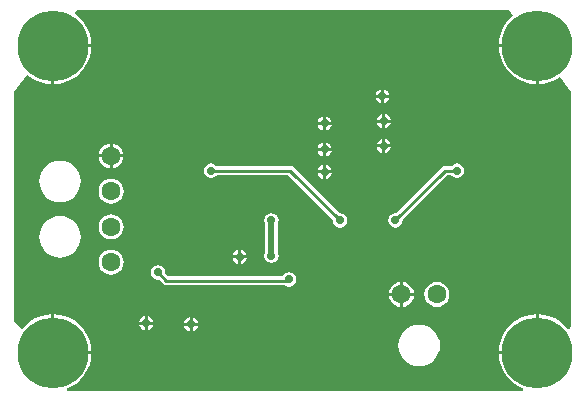
<source format=gbl>
G04 Layer_Physical_Order=2*
G04 Layer_Color=16711680*
%FSLAX25Y25*%
%MOIN*%
G70*
G01*
G75*
%ADD18C,0.01000*%
%ADD21C,0.01968*%
%ADD22C,0.06299*%
%ADD23C,0.23622*%
%ADD24C,0.02756*%
G36*
X167614Y130103D02*
X169144Y128107D01*
X168079Y127197D01*
X166769Y125664D01*
X165715Y123944D01*
X164944Y122081D01*
X164473Y120121D01*
X164354Y118610D01*
X177165D01*
Y118110D01*
X177665D01*
Y105299D01*
X179176Y105418D01*
X181136Y105889D01*
X182999Y106660D01*
X184719Y107714D01*
X184787Y107707D01*
X188583Y102756D01*
Y24486D01*
X187932Y23638D01*
X187289Y23621D01*
X186252Y24835D01*
X184719Y26144D01*
X182999Y27198D01*
X181136Y27970D01*
X179176Y28440D01*
X177665Y28559D01*
Y15748D01*
X177165D01*
Y15248D01*
X164354D01*
X164473Y13738D01*
X164944Y11777D01*
X165715Y9914D01*
X166769Y8195D01*
X168079Y6661D01*
X169612Y5352D01*
X171331Y4298D01*
X172297Y3898D01*
X172426Y3415D01*
X171952Y2797D01*
X20832D01*
X20390Y3375D01*
X20519Y3858D01*
X21582Y4298D01*
X23301Y5352D01*
X24835Y6661D01*
X26144Y8195D01*
X27198Y9914D01*
X27970Y11777D01*
X28440Y13738D01*
X28559Y15248D01*
X15748D01*
Y15748D01*
X15248D01*
Y28559D01*
X13738Y28440D01*
X11777Y27970D01*
X9914Y27198D01*
X8195Y26144D01*
X6661Y24835D01*
X5557Y23541D01*
X4939Y23526D01*
X2756Y26372D01*
Y102756D01*
X6984Y108271D01*
X7482Y108323D01*
X8195Y107714D01*
X9914Y106660D01*
X11777Y105889D01*
X13738Y105418D01*
X15248Y105299D01*
Y118110D01*
X15748D01*
Y118610D01*
X28559D01*
X28440Y120121D01*
X27970Y122081D01*
X27198Y123944D01*
X26144Y125664D01*
X24835Y127197D01*
X23301Y128507D01*
X23075Y128645D01*
X22984Y129137D01*
X23725Y130103D01*
X167614D01*
Y130103D01*
D02*
G37*
%LPC*%
G36*
X80278Y47138D02*
X78453D01*
Y45313D01*
X78881Y45398D01*
X79667Y45923D01*
X80193Y46710D01*
X80278Y47138D01*
D02*
G37*
G36*
X18110Y61270D02*
X16757Y61136D01*
X15455Y60742D01*
X14255Y60100D01*
X13204Y59237D01*
X12341Y58186D01*
X11699Y56986D01*
X11305Y55685D01*
X11171Y54331D01*
X11305Y52977D01*
X11699Y51675D01*
X12341Y50476D01*
X13204Y49424D01*
X14255Y48561D01*
X15455Y47920D01*
X16757Y47525D01*
X18110Y47392D01*
X19464Y47525D01*
X20766Y47920D01*
X21965Y48561D01*
X23017Y49424D01*
X23880Y50476D01*
X24521Y51675D01*
X24916Y52977D01*
X25049Y54331D01*
X24916Y55685D01*
X24521Y56986D01*
X23880Y58186D01*
X23017Y59237D01*
X21965Y60100D01*
X20766Y60742D01*
X19464Y61136D01*
X18110Y61270D01*
D02*
G37*
G36*
X88583Y62267D02*
X87655Y62082D01*
X86868Y61557D01*
X86343Y60770D01*
X86158Y59842D01*
X86343Y58915D01*
X86560Y58590D01*
Y49284D01*
X86343Y48959D01*
X86158Y48031D01*
X86343Y47104D01*
X86868Y46317D01*
X87655Y45792D01*
X88583Y45607D01*
X89511Y45792D01*
X90297Y46317D01*
X90823Y47104D01*
X91007Y48031D01*
X90823Y48959D01*
X90606Y49284D01*
Y58590D01*
X90823Y58915D01*
X91007Y59842D01*
X90823Y60770D01*
X90297Y61557D01*
X89511Y62082D01*
X88583Y62267D01*
D02*
G37*
G36*
X77453Y47138D02*
X75628D01*
X75713Y46710D01*
X76238Y45923D01*
X77025Y45398D01*
X77453Y45313D01*
Y47138D01*
D02*
G37*
G36*
X132390Y39238D02*
Y35618D01*
X136010D01*
X135933Y36202D01*
X135515Y37211D01*
X134849Y38078D01*
X133983Y38743D01*
X132973Y39161D01*
X132390Y39238D01*
D02*
G37*
G36*
X50787Y44944D02*
X49860Y44760D01*
X49073Y44234D01*
X48547Y43448D01*
X48363Y42520D01*
X48547Y41592D01*
X49073Y40805D01*
X49860Y40280D01*
X50787Y40095D01*
X51006Y40139D01*
X52462Y38682D01*
X52958Y38351D01*
X53543Y38234D01*
X93086D01*
X93560Y37918D01*
X94488Y37733D01*
X95416Y37918D01*
X96203Y38443D01*
X96728Y39230D01*
X96913Y40157D01*
X96728Y41085D01*
X96203Y41872D01*
X95416Y42397D01*
X94488Y42582D01*
X93560Y42397D01*
X92774Y41872D01*
X92387Y41293D01*
X54177D01*
X53168Y42301D01*
X53212Y42520D01*
X53027Y43448D01*
X52502Y44234D01*
X51715Y44760D01*
X50787Y44944D01*
D02*
G37*
G36*
X35118Y50052D02*
X34035Y49909D01*
X33026Y49491D01*
X32159Y48826D01*
X31494Y47959D01*
X31075Y46949D01*
X30933Y45866D01*
X31075Y44783D01*
X31494Y43774D01*
X32159Y42907D01*
X33026Y42242D01*
X34035Y41824D01*
X35118Y41681D01*
X36202Y41824D01*
X37211Y42242D01*
X38078Y42907D01*
X38743Y43774D01*
X39161Y44783D01*
X39304Y45866D01*
X39161Y46949D01*
X38743Y47959D01*
X38078Y48826D01*
X37211Y49491D01*
X36202Y49909D01*
X35118Y50052D01*
D02*
G37*
G36*
Y73674D02*
X34035Y73531D01*
X33026Y73113D01*
X32159Y72448D01*
X31494Y71581D01*
X31075Y70572D01*
X30933Y69488D01*
X31075Y68405D01*
X31494Y67396D01*
X32159Y66529D01*
X33026Y65864D01*
X34035Y65446D01*
X35118Y65303D01*
X36202Y65446D01*
X37211Y65864D01*
X38078Y66529D01*
X38743Y67396D01*
X39161Y68405D01*
X39304Y69488D01*
X39161Y70572D01*
X38743Y71581D01*
X38078Y72448D01*
X37211Y73113D01*
X36202Y73531D01*
X35118Y73674D01*
D02*
G37*
G36*
X18110Y79774D02*
X16757Y79640D01*
X15455Y79245D01*
X14255Y78604D01*
X13204Y77741D01*
X12341Y76690D01*
X11699Y75490D01*
X11305Y74188D01*
X11171Y72835D01*
X11305Y71481D01*
X11699Y70179D01*
X12341Y68980D01*
X13204Y67928D01*
X14255Y67065D01*
X15455Y66424D01*
X16757Y66029D01*
X18110Y65896D01*
X19464Y66029D01*
X20766Y66424D01*
X21965Y67065D01*
X23017Y67928D01*
X23880Y68980D01*
X24521Y70179D01*
X24916Y71481D01*
X25049Y72835D01*
X24916Y74188D01*
X24521Y75490D01*
X23880Y76690D01*
X23017Y77741D01*
X21965Y78604D01*
X20766Y79245D01*
X19464Y79640D01*
X18110Y79774D01*
D02*
G37*
G36*
X105799Y75484D02*
X103974D01*
X104059Y75056D01*
X104585Y74270D01*
X105371Y73744D01*
X105799Y73659D01*
Y75484D01*
D02*
G37*
G36*
X68504Y78803D02*
X67576Y78618D01*
X66790Y78092D01*
X66264Y77306D01*
X66079Y76378D01*
X66264Y75450D01*
X66790Y74664D01*
X67576Y74138D01*
X68504Y73953D01*
X69432Y74138D01*
X70218Y74664D01*
X70342Y74849D01*
X94248D01*
X109036Y60061D01*
X108993Y59842D01*
X109177Y58915D01*
X109703Y58128D01*
X110489Y57603D01*
X111417Y57418D01*
X112345Y57603D01*
X113132Y58128D01*
X113657Y58915D01*
X113842Y59842D01*
X113657Y60770D01*
X113132Y61557D01*
X112345Y62082D01*
X111417Y62267D01*
X111199Y62224D01*
X95963Y77459D01*
X95467Y77791D01*
X94882Y77907D01*
X70342D01*
X70218Y78092D01*
X69432Y78618D01*
X68504Y78803D01*
D02*
G37*
G36*
X77453Y49963D02*
X77025Y49878D01*
X76238Y49352D01*
X75713Y48566D01*
X75628Y48138D01*
X77453D01*
Y49963D01*
D02*
G37*
G36*
X78453D02*
Y48138D01*
X80278D01*
X80193Y48566D01*
X79667Y49352D01*
X78881Y49878D01*
X78453Y49963D01*
D02*
G37*
G36*
X35118Y61863D02*
X34035Y61720D01*
X33026Y61302D01*
X32159Y60637D01*
X31494Y59770D01*
X31075Y58760D01*
X30933Y57677D01*
X31075Y56594D01*
X31494Y55585D01*
X32159Y54718D01*
X33026Y54053D01*
X34035Y53635D01*
X35118Y53492D01*
X36202Y53635D01*
X37211Y54053D01*
X38078Y54718D01*
X38743Y55585D01*
X39161Y56594D01*
X39304Y57677D01*
X39161Y58760D01*
X38743Y59770D01*
X38078Y60637D01*
X37211Y61302D01*
X36202Y61720D01*
X35118Y61863D01*
D02*
G37*
G36*
X131390Y39238D02*
X130807Y39161D01*
X129797Y38743D01*
X128930Y38078D01*
X128265Y37211D01*
X127847Y36202D01*
X127770Y35618D01*
X131390D01*
Y39238D01*
D02*
G37*
G36*
X64136Y24697D02*
X62311D01*
Y22872D01*
X62739Y22957D01*
X63525Y23482D01*
X64051Y24269D01*
X64136Y24697D01*
D02*
G37*
G36*
X46350Y25091D02*
X44525D01*
X44610Y24663D01*
X45136Y23876D01*
X45923Y23351D01*
X46350Y23266D01*
Y25091D01*
D02*
G37*
G36*
X49176D02*
X47350D01*
Y23266D01*
X47778Y23351D01*
X48565Y23876D01*
X49090Y24663D01*
X49176Y25091D01*
D02*
G37*
G36*
X61311Y24697D02*
X59486D01*
X59571Y24269D01*
X60097Y23482D01*
X60883Y22957D01*
X61311Y22872D01*
Y24697D01*
D02*
G37*
G36*
X137795Y25049D02*
X136442Y24916D01*
X135140Y24521D01*
X133940Y23880D01*
X132889Y23017D01*
X132026Y21965D01*
X131385Y20766D01*
X130990Y19464D01*
X130856Y18110D01*
X130990Y16757D01*
X131385Y15455D01*
X132026Y14255D01*
X132889Y13204D01*
X133940Y12341D01*
X135140Y11699D01*
X136442Y11305D01*
X137795Y11171D01*
X139149Y11305D01*
X140451Y11699D01*
X141650Y12341D01*
X142702Y13204D01*
X143565Y14255D01*
X144206Y15455D01*
X144601Y16757D01*
X144734Y18110D01*
X144601Y19464D01*
X144206Y20766D01*
X143565Y21965D01*
X142702Y23017D01*
X141650Y23880D01*
X140451Y24521D01*
X139149Y24916D01*
X137795Y25049D01*
D02*
G37*
G36*
X16248Y28559D02*
Y16248D01*
X28559D01*
X28440Y17758D01*
X27970Y19719D01*
X27198Y21582D01*
X26144Y23301D01*
X24835Y24835D01*
X23301Y26144D01*
X21582Y27198D01*
X19719Y27970D01*
X17758Y28440D01*
X16248Y28559D01*
D02*
G37*
G36*
X176665D02*
X175155Y28440D01*
X173194Y27970D01*
X171331Y27198D01*
X169612Y26144D01*
X168079Y24835D01*
X166769Y23301D01*
X165715Y21582D01*
X164944Y19719D01*
X164473Y17758D01*
X164354Y16248D01*
X176665D01*
Y28559D01*
D02*
G37*
G36*
X143701Y39304D02*
X142618Y39161D01*
X141608Y38743D01*
X140741Y38078D01*
X140076Y37211D01*
X139658Y36202D01*
X139515Y35118D01*
X139658Y34035D01*
X140076Y33026D01*
X140741Y32159D01*
X141608Y31494D01*
X142618Y31075D01*
X143701Y30933D01*
X144784Y31075D01*
X145794Y31494D01*
X146660Y32159D01*
X147326Y33026D01*
X147744Y34035D01*
X147886Y35118D01*
X147744Y36202D01*
X147326Y37211D01*
X146660Y38078D01*
X145794Y38743D01*
X144784Y39161D01*
X143701Y39304D01*
D02*
G37*
G36*
X131390Y34618D02*
X127770D01*
X127847Y34035D01*
X128265Y33026D01*
X128930Y32159D01*
X129797Y31494D01*
X130807Y31075D01*
X131390Y30999D01*
Y34618D01*
D02*
G37*
G36*
X136010D02*
X132390D01*
Y30999D01*
X132973Y31075D01*
X133983Y31494D01*
X134849Y32159D01*
X135515Y33026D01*
X135933Y34035D01*
X136010Y34618D01*
D02*
G37*
G36*
X47350Y27916D02*
Y26091D01*
X49176D01*
X49090Y26518D01*
X48565Y27305D01*
X47778Y27830D01*
X47350Y27916D01*
D02*
G37*
G36*
X61311Y27522D02*
X60883Y27437D01*
X60097Y26911D01*
X59571Y26125D01*
X59486Y25697D01*
X61311D01*
Y27522D01*
D02*
G37*
G36*
X62311D02*
Y25697D01*
X64136D01*
X64051Y26125D01*
X63525Y26911D01*
X62739Y27437D01*
X62311Y27522D01*
D02*
G37*
G36*
X46350Y27916D02*
X45923Y27830D01*
X45136Y27305D01*
X44610Y26518D01*
X44525Y26091D01*
X46350D01*
Y27916D01*
D02*
G37*
G36*
X108624Y75484D02*
X106799D01*
Y73659D01*
X107227Y73744D01*
X108014Y74270D01*
X108539Y75056D01*
X108624Y75484D01*
D02*
G37*
G36*
X105799Y94451D02*
X105371Y94366D01*
X104585Y93840D01*
X104059Y93054D01*
X103974Y92626D01*
X105799D01*
Y94451D01*
D02*
G37*
G36*
X106799D02*
Y92626D01*
X108624D01*
X108539Y93054D01*
X108014Y93840D01*
X107227Y94366D01*
X106799Y94451D01*
D02*
G37*
G36*
X125484Y95239D02*
X125056Y95153D01*
X124270Y94628D01*
X123744Y93841D01*
X123659Y93413D01*
X125484D01*
Y95239D01*
D02*
G37*
G36*
X128309Y92413D02*
X126484D01*
Y90588D01*
X126912Y90673D01*
X127699Y91199D01*
X128224Y91986D01*
X128309Y92413D01*
D02*
G37*
G36*
X105799Y91626D02*
X103974D01*
X104059Y91198D01*
X104585Y90412D01*
X105371Y89886D01*
X105799Y89801D01*
Y91626D01*
D02*
G37*
G36*
X108624D02*
X106799D01*
Y89801D01*
X107227Y89886D01*
X108014Y90412D01*
X108539Y91198D01*
X108624Y91626D01*
D02*
G37*
G36*
X125484Y92413D02*
X123659D01*
X123744Y91986D01*
X124270Y91199D01*
X125056Y90673D01*
X125484Y90588D01*
Y92413D01*
D02*
G37*
G36*
X126091Y103506D02*
Y101681D01*
X127916D01*
X127831Y102109D01*
X127305Y102895D01*
X126518Y103421D01*
X126091Y103506D01*
D02*
G37*
G36*
X28559Y117610D02*
X16248D01*
Y105299D01*
X17758Y105418D01*
X19719Y105889D01*
X21582Y106660D01*
X23301Y107714D01*
X24835Y109023D01*
X26144Y110557D01*
X27198Y112276D01*
X27970Y114139D01*
X28440Y116100D01*
X28559Y117610D01*
D02*
G37*
G36*
X176665D02*
X164354D01*
X164473Y116100D01*
X164944Y114139D01*
X165715Y112276D01*
X166769Y110557D01*
X168079Y109023D01*
X169612Y107714D01*
X171331Y106660D01*
X173194Y105889D01*
X175155Y105418D01*
X176665Y105299D01*
Y117610D01*
D02*
G37*
G36*
X125091Y103506D02*
X124663Y103421D01*
X123876Y102895D01*
X123351Y102109D01*
X123266Y101681D01*
X125091D01*
Y103506D01*
D02*
G37*
G36*
X126484Y95239D02*
Y93413D01*
X128309D01*
X128224Y93841D01*
X127699Y94628D01*
X126912Y95153D01*
X126484Y95239D01*
D02*
G37*
G36*
X125091Y100681D02*
X123266D01*
X123351Y100253D01*
X123876Y99467D01*
X124663Y98941D01*
X125091Y98856D01*
Y100681D01*
D02*
G37*
G36*
X127916D02*
X126091D01*
Y98856D01*
X126518Y98941D01*
X127305Y99467D01*
X127831Y100253D01*
X127916Y100681D01*
D02*
G37*
G36*
X126484Y86971D02*
Y85146D01*
X128309D01*
X128224Y85574D01*
X127699Y86360D01*
X126912Y86886D01*
X126484Y86971D01*
D02*
G37*
G36*
X39238Y80799D02*
X35618D01*
Y77180D01*
X36202Y77256D01*
X37211Y77675D01*
X38078Y78340D01*
X38743Y79207D01*
X39161Y80216D01*
X39238Y80799D01*
D02*
G37*
G36*
X105799Y82965D02*
X103974D01*
X104059Y82537D01*
X104585Y81750D01*
X105371Y81225D01*
X105799Y81139D01*
Y82965D01*
D02*
G37*
G36*
X108624D02*
X106799D01*
Y81139D01*
X107227Y81225D01*
X108014Y81750D01*
X108539Y82537D01*
X108624Y82965D01*
D02*
G37*
G36*
X34618Y80799D02*
X30999D01*
X31075Y80216D01*
X31494Y79207D01*
X32159Y78340D01*
X33026Y77675D01*
X34035Y77256D01*
X34618Y77180D01*
Y80799D01*
D02*
G37*
G36*
X150394Y78803D02*
X149466Y78618D01*
X148679Y78092D01*
X148556Y77907D01*
X146457D01*
X145871Y77791D01*
X145375Y77459D01*
X130140Y62224D01*
X129921Y62267D01*
X128993Y62082D01*
X128207Y61557D01*
X127681Y60770D01*
X127497Y59842D01*
X127681Y58915D01*
X128207Y58128D01*
X128993Y57603D01*
X129921Y57418D01*
X130849Y57603D01*
X131636Y58128D01*
X132161Y58915D01*
X132346Y59842D01*
X132302Y60061D01*
X147090Y74849D01*
X148556D01*
X148679Y74664D01*
X149466Y74138D01*
X150394Y73953D01*
X151321Y74138D01*
X152108Y74664D01*
X152634Y75450D01*
X152818Y76378D01*
X152634Y77306D01*
X152108Y78092D01*
X151321Y78618D01*
X150394Y78803D01*
D02*
G37*
G36*
X105799Y78309D02*
X105371Y78224D01*
X104585Y77699D01*
X104059Y76912D01*
X103974Y76484D01*
X105799D01*
Y78309D01*
D02*
G37*
G36*
X106799D02*
Y76484D01*
X108624D01*
X108539Y76912D01*
X108014Y77699D01*
X107227Y78224D01*
X106799Y78309D01*
D02*
G37*
G36*
X105799Y85790D02*
X105371Y85704D01*
X104585Y85179D01*
X104059Y84392D01*
X103974Y83965D01*
X105799D01*
Y85790D01*
D02*
G37*
G36*
X106799D02*
Y83965D01*
X108624D01*
X108539Y84392D01*
X108014Y85179D01*
X107227Y85704D01*
X106799Y85790D01*
D02*
G37*
G36*
X125484Y86971D02*
X125056Y86886D01*
X124270Y86360D01*
X123744Y85574D01*
X123659Y85146D01*
X125484D01*
Y86971D01*
D02*
G37*
G36*
X128309Y84146D02*
X126484D01*
Y82321D01*
X126912Y82406D01*
X127699Y82931D01*
X128224Y83718D01*
X128309Y84146D01*
D02*
G37*
G36*
X34618Y85419D02*
X34035Y85342D01*
X33026Y84924D01*
X32159Y84259D01*
X31494Y83392D01*
X31075Y82383D01*
X30999Y81799D01*
X34618D01*
Y85419D01*
D02*
G37*
G36*
X35618D02*
Y81799D01*
X39238D01*
X39161Y82383D01*
X38743Y83392D01*
X38078Y84259D01*
X37211Y84924D01*
X36202Y85342D01*
X35618Y85419D01*
D02*
G37*
G36*
X125484Y84146D02*
X123659D01*
X123744Y83718D01*
X124270Y82931D01*
X125056Y82406D01*
X125484Y82321D01*
Y84146D01*
D02*
G37*
%LPD*%
D18*
X68504Y76378D02*
X94882D01*
X111417Y59842D01*
X94095Y39764D02*
X94488Y40157D01*
X50787Y42520D02*
X53543Y39764D01*
X94095D01*
X146457Y76378D02*
X150394D01*
X129921Y59842D02*
X146457Y76378D01*
D21*
X88583Y48031D02*
Y59842D01*
D22*
X35118Y81299D02*
D03*
Y69488D02*
D03*
Y57677D02*
D03*
Y45866D02*
D03*
X131890Y35118D02*
D03*
X143701D02*
D03*
D23*
X15748Y118110D02*
D03*
X177165D02*
D03*
Y15748D02*
D03*
X15748D02*
D03*
D24*
X94488Y40157D02*
D03*
X68504Y76378D02*
D03*
X111417Y59842D02*
D03*
X150394Y76378D02*
D03*
X129921Y59842D02*
D03*
X88583D02*
D03*
X50787Y42520D02*
D03*
X88583Y48031D02*
D03*
X77953Y47638D02*
D03*
X106299Y83465D02*
D03*
X125984Y92913D02*
D03*
X46850Y25591D02*
D03*
X61811Y25197D02*
D03*
X125984Y84646D02*
D03*
X125591Y101181D02*
D03*
X106299Y92126D02*
D03*
Y75984D02*
D03*
M02*

</source>
